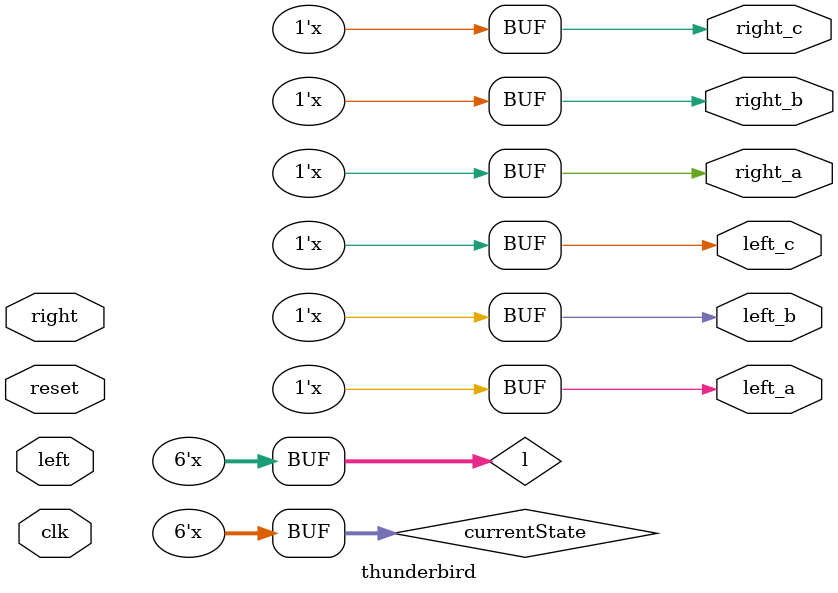
<source format=v>
`timescale 1ns / 1ps
module thunderbird(input clk, reset, left, right,
						 output reg left_a, left_b, left_c,
						 right_a, right_b, right_c
						 );
						 
	reg [5:0] currentState, nextState, l;
	
	always @* begin
		l[0] <= left_c;
		l[1] <= left_b;
		l[2] <= left_a;
		l[3] <= right_a;
		l[4] <= right_b;
		l[5] <= right_c;
	end
	

	parameter   allO = 6'b000000,
 	            firstL = 6'b001000,
               secondL = 6'b011000,
 	            allL = 6'b111000,
 	            firstR = 6'b000100,
 	            secondR = 6'b000110,
 	            allR = 6'b000111;
	
	always @(posedge clk)
		if(reset)
			currentState <= allO;
		else
			currentState <= nextState;
	
	

	always @(*)
		case (currentState)
				
				allO: begin 
					if(left & ~right) begin 
						nextState = firstL; 
					end
					else if (~left & right) begin 
						nextState = firstR; 
					end
					else begin 
						nextState = allO; 
					end
				end
				
				firstL: nextState = secondL;
				secondL: nextState = allL;
				allL: nextState = allO;
				firstR: nextState = secondR;
				secondR: nextState = allR;
				allR: nextState = allO;
				default: nextState = allO;
				
		endcase
		
		always @* begin
			l <= currentState;
			
			left_c <= l[0];
			left_b <= l[1];
			left_a <= l[2];
			right_a <= l[3];
			right_b <= l[4];
			right_c <= l[5];
		end
		
endmodule

</source>
